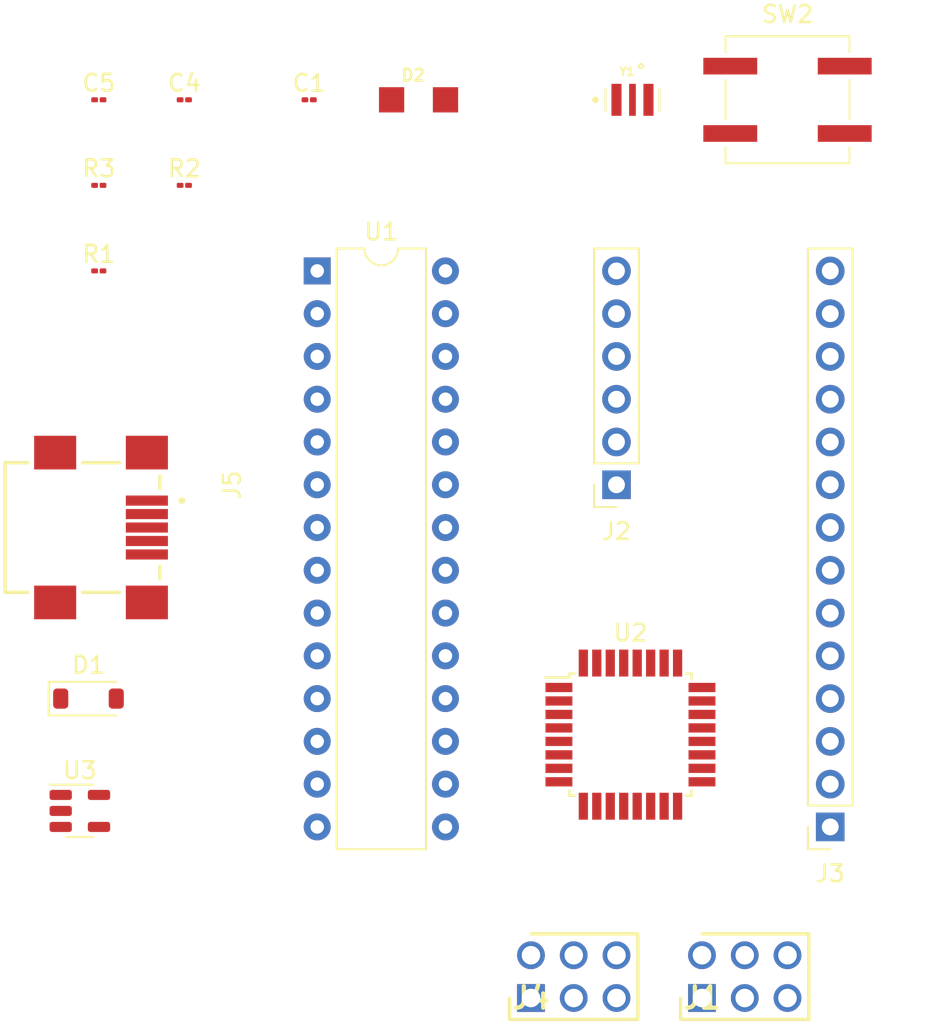
<source format=kicad_pcb>
(kicad_pcb (version 20221018) (generator pcbnew)
  (layers (0 "F.Cu" signal) (31 "B.Cu" signal) (34 "B.Paste" user) (35 "F.Paste" user) (36 "B.SilkS" user "B.Silkscreen") (37 "F.SilkS" user "F.Silkscreen") (38 "B.Mask" user) (39 "F.Mask" user) (44 "Edge.Cuts" user))
  (net 0 "")
  (net 1 "Net-(U1-~{RESET}{slash}PC6)")
  (net 2 "/A0")
  (net 3 "/A1")
  (net 4 "/A2")
  (net 5 "/A3")
  (net 6 "/A4")
  (net 7 "/A5")
  (net 8 "/D0|RX")
  (net 9 "/D1|TX")
  (net 10 "/D2")
  (net 11 "/D3")
  (net 12 "/D4")
  (net 13 "/D5")
  (net 14 "/D6")
  (net 15 "/D7")
  (net 17 "/D8")
  (net 18 "/D9")
  (net 19 "/D10|CS")
  (net 20 "/D11|MOSI")
  (net 21 "/D12|MISO")
  (net 22 "/D13|SCK")
  (net 23 "+5V")
  (net 24 "GND")
  (net 25 "Net-(U1-XTAL1{slash}PB6)")
  (net 26 "Net-(U1-XTAL2{slash}PB7)")
  (net 27 "/D0")
  (net 28 "/D1")
  (net 76 "Net-(J5-SHIELD-PadS1)")
  (footprint "Capacitor_SMD:C_01005_0402Metric" (layer "F.Cu") (at 108.945 63.5)
    (fp_text reference "C5" (at 0 -1) (layer "F.SilkS"))
    (fp_text value "100n")
    (pad "1" smd roundrect (at -0.25 0) (size 0.4 0.3) (layers "F.Cu" "F.Mask") (net 23 "+5V"))
    (pad "2" smd roundrect (at 0.25 0) (size 0.4 0.3) (layers "F.Cu" "F.Mask") (net 24 "GND"))
  )
  (footprint "resonator:OSC_CSTCE16M0V53-R0" (layer "F.Cu") (at 140.65 63.5)
    (fp_text reference "Y1" (at -0.326 -1.6748) (layer "F.SilkS") (effects (font (size 0.48 0.48) (thickness 0.12))))
    (fp_text value "Resonator")
    (fp_line (start -1.6 0.65) (end -1.6 -0.65) (stroke (width 0.127)) (layer "F.SilkS"))
    (fp_line (start 1.6 -0.65) (end 1.6 0.65) (stroke (width 0.127)) (layer "F.SilkS"))
    (fp_circle (center -2.2 0) (end -2.1 0) (stroke (width 0.2)) (fill none) (layer "F.SilkS"))
    (pad "1" smd rect (at -0.95 0) (size 0.6 1.9) (layers "F.Cu" "F.Paste" "F.Mask") (net 26 "Net-(U1-XTAL2{slash}PB7)"))
    (pad "2" smd rect (at 0 0) (size 0.4 1.9) (layers "F.Cu" "F.Paste" "F.Mask") (net 24 "GND"))
    (pad "3" smd rect (at 0.95 0) (size 0.6 1.9) (layers "F.Cu" "F.Paste" "F.Mask") (net 25 "Net-(U1-XTAL1{slash}PB6)"))
  )
  (footprint "Package_TO_SOT_SMD:SOT-23-5" (layer "F.Cu") (at 107.8175 105.73)
    (fp_text reference "U3" (at 0 -2.4) (layer "F.SilkS"))
    (fp_text value "LP2985-3.3")
    (fp_line (start 0 -1.56) (end -1.8 -1.56) (stroke (width 0.12)) (layer "F.SilkS"))
    (fp_line (start 0 -1.56) (end 0.8 -1.56) (stroke (width 0.12)) (layer "F.SilkS"))
    (fp_line (start 0 1.56) (end -0.8 1.56) (stroke (width 0.12)) (layer "F.SilkS"))
    (fp_line (start 0 1.56) (end 0.8 1.56) (stroke (width 0.12)) (layer "F.SilkS"))
    (pad "1" smd roundrect (at -1.1375 -0.95) (size 1.325 0.6) (layers "F.Cu" "F.Paste" "F.Mask"))
    (pad "2" smd roundrect (at -1.1375 0) (size 1.325 0.6) (layers "F.Cu" "F.Paste" "F.Mask"))
    (pad "3" smd roundrect (at -1.1375 0.95) (size 1.325 0.6) (layers "F.Cu" "F.Paste" "F.Mask"))
    (pad "4" smd roundrect (at 1.1375 0.95) (size 1.325 0.6) (layers "F.Cu" "F.Paste" "F.Mask"))
    (pad "5" smd roundrect (at 1.1375 -0.95) (size 1.325 0.6) (layers "F.Cu" "F.Paste" "F.Mask"))
  )
  (footprint "mini USB B:SAMTEC_MUSB-05-X-B-SM-A" (layer "F.Cu") (at 109.22 88.9 -90)
    (fp_text reference "J5" (at -2.525 -7.635 90) (layer "F.SilkS"))
    (fp_text value "MUSB-05-X-B-SM-A")
    (fp_line (start -3.85 1.25) (end -3.85 -0.95) (stroke (width 0.2)) (layer "F.SilkS"))
    (fp_line (start -3.85 5.85) (end -3.85 4.5) (stroke (width 0.2)) (layer "F.SilkS"))
    (fp_line (start -3.05 -3.35) (end -2.3 -3.35) (stroke (width 0.2)) (layer "F.SilkS"))
    (fp_line (start 2.3 -3.35) (end 3.05 -3.35) (stroke (width 0.2)) (layer "F.SilkS"))
    (fp_line (start 3.85 -0.95) (end 3.85 1.25) (stroke (width 0.2)) (layer "F.SilkS"))
    (fp_line (start 3.85 4.5) (end 3.85 5.85) (stroke (width 0.2)) (layer "F.SilkS"))
    (fp_line (start 3.85 5.85) (end -3.85 5.85) (stroke (width 0.2)) (layer "F.SilkS"))
    (fp_circle (center -1.6 -4.653) (end -1.5 -4.653) (stroke (width 0.2)) (fill none) (layer "F.SilkS"))
    (pad "" np_thru_hole circle (at -2.2 0 270) (size 1.1 1.1) (drill 1.1) (layers "*.Cu" "*.Mask"))
    (pad "" np_thru_hole circle (at 2.2 0 270) (size 1.1 1.1) (drill 1.1) (layers "*.Cu" "*.Mask"))
    (pad "1" smd rect (at -1.6 -2.58 270) (size 0.6 2.5) (layers "F.Cu" "F.Paste" "F.Mask"))
    (pad "2" smd rect (at -0.8 -2.58 270) (size 0.6 2.5) (layers "F.Cu" "F.Paste" "F.Mask"))
    (pad "3" smd rect (at 0 -2.58 270) (size 0.6 2.5) (layers "F.Cu" "F.Paste" "F.Mask"))
    (pad "4" smd rect (at 0.8 -2.58 270) (size 0.6 2.5) (layers "F.Cu" "F.Paste" "F.Mask"))
    (pad "5" smd rect (at 1.6 -2.58 270) (size 0.6 2.5) (layers "F.Cu" "F.Paste" "F.Mask"))
    (pad "S1" smd rect (at -4.45 -2.58 270) (size 2 2.5) (layers "F.Cu" "F.Paste" "F.Mask") (net 76 "Net-(J5-SHIELD-PadS1)"))
    (pad "S2" smd rect (at 4.45 -2.58 270) (size 2 2.5) (layers "F.Cu" "F.Paste" "F.Mask") (net 76 "Net-(J5-SHIELD-PadS1)"))
    (pad "S3" smd rect (at 4.45 2.87 270) (size 2 2.5) (layers "F.Cu" "F.Paste" "F.Mask") (net 76 "Net-(J5-SHIELD-PadS1)"))
    (pad "S4" smd rect (at -4.45 2.87 270) (size 2 2.5) (layers "F.Cu" "F.Paste" "F.Mask") (net 76 "Net-(J5-SHIELD-PadS1)"))
  )
  (footprint "Connector_PinSocket_2.54mm:PinSocket_1x06_P2.54mm_Vertical" (layer "F.Cu") (at 139.7 86.36 180)
    (fp_text reference "J2" (at 0 -2.77) (layer "F.SilkS"))
    (fp_text value "Conn_01x06_Pin")
    (fp_line (start -1.33 1.27) (end -1.33 14.03) (stroke (width 0.12)) (layer "F.SilkS"))
    (fp_line (start -1.33 1.27) (end 1.33 1.27) (stroke (width 0.12)) (layer "F.SilkS"))
    (fp_line (start -1.33 14.03) (end 1.33 14.03) (stroke (width 0.12)) (layer "F.SilkS"))
    (fp_line (start 0 -1.33) (end 1.33 -1.33) (stroke (width 0.12)) (layer "F.SilkS"))
    (fp_line (start 1.33 -1.33) (end 1.33 0) (stroke (width 0.12)) (layer "F.SilkS"))
    (fp_line (start 1.33 1.27) (end 1.33 14.03) (stroke (width 0.12)) (layer "F.SilkS"))
    (pad "1" thru_hole rect (at 0 0 180) (size 1.7 1.7) (drill 1) (layers "*.Cu" "*.Mask") (net 2 "/A0"))
    (pad "2" thru_hole oval (at 0 2.54 180) (size 1.7 1.7) (drill 1) (layers "*.Cu" "*.Mask") (net 3 "/A1"))
    (pad "3" thru_hole oval (at 0 5.08 180) (size 1.7 1.7) (drill 1) (layers "*.Cu" "*.Mask") (net 4 "/A2"))
    (pad "4" thru_hole oval (at 0 7.62 180) (size 1.7 1.7) (drill 1) (layers "*.Cu" "*.Mask") (net 5 "/A3"))
    (pad "5" thru_hole oval (at 0 10.16 180) (size 1.7 1.7) (drill 1) (layers "*.Cu" "*.Mask") (net 6 "/A4"))
    (pad "6" thru_hole oval (at 0 12.7 180) (size 1.7 1.7) (drill 1) (layers "*.Cu" "*.Mask") (net 7 "/A5"))
  )
  (footprint "Resistor_SMD:R_01005_0402Metric" (layer "F.Cu") (at 108.945 68.58)
    (fp_text reference "R3" (at 0 -1) (layer "F.SilkS"))
    (fp_text value "10k")
    (pad "1" smd roundrect (at -0.25 0) (size 0.4 0.3) (layers "F.Cu" "F.Mask") (net 1 "Net-(U1-~{RESET}{slash}PC6)"))
    (pad "2" smd roundrect (at 0.25 0) (size 0.4 0.3) (layers "F.Cu" "F.Mask") (net 23 "+5V"))
  )
  (footprint "2x3 pin connector:HDRV6W64P254_2X3_762X508X868P" (layer "F.Cu") (at 144.78 116.84)
    (fp_text reference "J1" (at 0 0) (layer "F.SilkS") (effects (font (size 1.27 1.27) (thickness 0.254))))
    (fp_text value "M20-9980346" hide)
    (fp_line (start -1.27 0) (end -1.27 1.27) (stroke (width 0.2)) (layer "F.SilkS"))
    (fp_line (start -1.27 1.27) (end 6.35 1.27) (stroke (width 0.2)) (layer "F.SilkS"))
    (fp_line (start 6.35 -3.81) (end 0 -3.81) (stroke (width 0.2)) (layer "F.SilkS"))
    (fp_line (start 6.35 1.27) (end 6.35 -3.81) (stroke (width 0.2)) (layer "F.SilkS"))
    (pad "1" thru_hole rect (at 0 0) (size 1.65 1.65) (drill 1.1) (layers "*.Cu" "*.Mask"))
    (pad "2" thru_hole circle (at 0 -2.54) (size 1.65 1.65) (drill 1.1) (layers "*.Cu" "*.Mask"))
    (pad "3" thru_hole circle (at 2.54 0) (size 1.65 1.65) (drill 1.1) (layers "*.Cu" "*.Mask"))
    (pad "4" thru_hole circle (at 2.54 -2.54) (size 1.65 1.65) (drill 1.1) (layers "*.Cu" "*.Mask"))
    (pad "5" thru_hole circle (at 5.08 0) (size 1.65 1.65) (drill 1.1) (layers "*.Cu" "*.Mask"))
    (pad "6" thru_hole circle (at 5.08 -2.54) (size 1.65 1.65) (drill 1.1) (layers "*.Cu" "*.Mask"))
  )
  (footprint "Connector_PinSocket_2.54mm:PinSocket_1x14_P2.54mm_Vertical" (layer "F.Cu") (at 152.4 106.68 180)
    (fp_text reference "J3" (at 0 -2.77) (layer "F.SilkS"))
    (fp_text value "Conn_01x14_Pin")
    (fp_line (start -1.33 1.27) (end -1.33 34.35) (stroke (width 0.12)) (layer "F.SilkS"))
    (fp_line (start -1.33 1.27) (end 1.33 1.27) (stroke (width 0.12)) (layer "F.SilkS"))
    (fp_line (start -1.33 34.35) (end 1.33 34.35) (stroke (width 0.12)) (layer "F.SilkS"))
    (fp_line (start 0 -1.33) (end 1.33 -1.33) (stroke (width 0.12)) (layer "F.SilkS"))
    (fp_line (start 1.33 -1.33) (end 1.33 0) (stroke (width 0.12)) (layer "F.SilkS"))
    (fp_line (start 1.33 1.27) (end 1.33 34.35) (stroke (width 0.12)) (layer "F.SilkS"))
    (pad "1" thru_hole rect (at 0 0 180) (size 1.7 1.7) (drill 1) (layers "*.Cu" "*.Mask") (net 8 "/D0|RX"))
    (pad "2" thru_hole oval (at 0 2.54 180) (size 1.7 1.7) (drill 1) (layers "*.Cu" "*.Mask") (net 9 "/D1|TX"))
    (pad "3" thru_hole oval (at 0 5.08 180) (size 1.7 1.7) (drill 1) (layers "*.Cu" "*.Mask") (net 10 "/D2"))
    (pad "4" thru_hole oval (at 0 7.62 180) (size 1.7 1.7) (drill 1) (layers "*.Cu" "*.Mask") (net 11 "/D3"))
    (pad "5" thru_hole oval (at 0 10.16 180) (size 1.7 1.7) (drill 1) (layers "*.Cu" "*.Mask") (net 12 "/D4"))
    (pad "6" thru_hole oval (at 0 12.7 180) (size 1.7 1.7) (drill 1) (layers "*.Cu" "*.Mask") (net 13 "/D5"))
    (pad "7" thru_hole oval (at 0 15.24 180) (size 1.7 1.7) (drill 1) (layers "*.Cu" "*.Mask") (net 14 "/D6"))
    (pad "8" thru_hole oval (at 0 17.78 180) (size 1.7 1.7) (drill 1) (layers "*.Cu" "*.Mask") (net 15 "/D7"))
    (pad "9" thru_hole oval (at 0 20.32 180) (size 1.7 1.7) (drill 1) (layers "*.Cu" "*.Mask") (net 17 "/D8"))
    (pad "10" thru_hole oval (at 0 22.86 180) (size 1.7 1.7) (drill 1) (layers "*.Cu" "*.Mask") (net 18 "/D9"))
    (pad "11" thru_hole oval (at 0 25.4 180) (size 1.7 1.7) (drill 1) (layers "*.Cu" "*.Mask") (net 19 "/D10|CS"))
    (pad "12" thru_hole oval (at 0 27.94 180) (size 1.7 1.7) (drill 1) (layers "*.Cu" "*.Mask") (net 20 "/D11|MOSI"))
    (pad "13" thru_hole oval (at 0 30.48 180) (size 1.7 1.7) (drill 1) (layers "*.Cu" "*.Mask") (net 21 "/D12|MISO"))
    (pad "14" thru_hole oval (at 0 33.02 180) (size 1.7 1.7) (drill 1) (layers "*.Cu" "*.Mask") (net 22 "/D13|SCK"))
  )
  (footprint "Resistor_SMD:R_01005_0402Metric" (layer "F.Cu") (at 108.945 73.66)
    (fp_text reference "R1" (at 0 -1) (layer "F.SilkS"))
    (fp_text value "R_Small")
    (pad "1" smd roundrect (at -0.25 0) (size 0.4 0.3) (layers "F.Cu" "F.Mask"))
    (pad "2" smd roundrect (at 0.25 0) (size 0.4 0.3) (layers "F.Cu" "F.Mask"))
  )
  (footprint "Resistor_SMD:R_01005_0402Metric" (layer "F.Cu") (at 114.025 68.58)
    (fp_text reference "R2" (at 0 -1) (layer "F.SilkS"))
    (fp_text value "1M")
    (pad "1" smd roundrect (at -0.25 0) (size 0.4 0.3) (layers "F.Cu" "F.Mask") (net 25 "Net-(U1-XTAL1{slash}PB6)"))
    (pad "2" smd roundrect (at 0.25 0) (size 0.4 0.3) (layers "F.Cu" "F.Mask") (net 26 "Net-(U1-XTAL2{slash}PB7)"))
  )
  (footprint "diode:LED-1206" (layer "F.Cu") (at 127.94 63.5)
    (fp_text reference "D2" (at -0.318048 -1.463029) (layer "F.SilkS") (effects (font (size 0.70121 0.70121))))
    (fp_text value "~")
    (pad "+" smd rect (at -1.6 0) (size 1.5 1.5) (layers "F.Cu" "F.Paste" "F.Mask"))
    (pad "-" smd rect (at 1.6 0) (size 1.5 1.5) (layers "F.Cu" "F.Paste" "F.Mask"))
  )
  (footprint "Capacitor_SMD:C_01005_0402Metric" (layer "F.Cu") (at 114.025 63.5)
    (fp_text reference "C4" (at 0 -1) (layer "F.SilkS"))
    (fp_text value "100n")
    (pad "1" smd roundrect (at -0.25 0) (size 0.4 0.3) (layers "F.Cu" "F.Mask") (net 23 "+5V"))
    (pad "2" smd roundrect (at 0.25 0) (size 0.4 0.3) (layers "F.Cu" "F.Mask") (net 24 "GND"))
  )
  (footprint "Package_DIP:DIP-28_W7.62mm" (layer "F.Cu") (at 121.92 73.66)
    (fp_text reference "U1" (at 3.81 -2.33) (layer "F.SilkS"))
    (fp_text value "ATmega328P-P")
    (fp_line (start 1.16 -1.33) (end 1.16 34.35) (stroke (width 0.12)) (layer "F.SilkS"))
    (fp_line (start 1.16 34.35) (end 6.46 34.35) (stroke (width 0.12)) (layer "F.SilkS"))
    (fp_line (start 2.81 -1.33) (end 1.16 -1.33) (stroke (width 0.12)) (layer "F.SilkS"))
    (fp_line (start 6.46 -1.33) (end 4.81 -1.33) (stroke (width 0.12)) (layer "F.SilkS"))
    (fp_line (start 6.46 34.35) (end 6.46 -1.33) (stroke (width 0.12)) (layer "F.SilkS"))
    (fp_arc (start 4.81 -1.33) (mid 3.81 -0.33) (end 2.81 -1.33) (stroke (width 0.12)) (layer "F.SilkS"))
    (pad "1" thru_hole rect (at 0 0) (size 1.6 1.6) (drill 0.8) (layers "*.Cu" "*.Mask") (net 1 "Net-(U1-~{RESET}{slash}PC6)"))
    (pad "2" thru_hole oval (at 0 2.54) (size 1.6 1.6) (drill 0.8) (layers "*.Cu" "*.Mask") (net 27 "/D0"))
    (pad "3" thru_hole oval (at 0 5.08) (size 1.6 1.6) (drill 0.8) (layers "*.Cu" "*.Mask") (net 28 "/D1"))
    (pad "4" thru_hole oval (at 0 7.62) (size 1.6 1.6) (drill 0.8) (layers "*.Cu" "*.Mask") (net 10 "/D2"))
    (pad "5" thru_hole oval (at 0 10.16) (size 1.6 1.6) (drill 0.8) (layers "*.Cu" "*.Mask") (net 11 "/D3"))
    (pad "6" thru_hole oval (at 0 12.7) (size 1.6 1.6) (drill 0.8) (layers "*.Cu" "*.Mask") (net 12 "/D4"))
    (pad "7" thru_hole oval (at 0 15.24) (size 1.6 1.6) (drill 0.8) (layers "*.Cu" "*.Mask") (net 23 "+5V"))
    (pad "8" thru_hole oval (at 0 17.78) (size 1.6 1.6) (drill 0.8) (layers "*.Cu" "*.Mask") (net 24 "GND"))
    (pad "9" thru_hole oval (at 0 20.32) (size 1.6 1.6) (drill 0.8) (layers "*.Cu" "*.Mask") (net 25 "Net-(U1-XTAL1{slash}PB6)"))
    (pad "10" thru_hole oval (at 0 22.86) (size 1.6 1.6) (drill 0.8) (layers "*.Cu" "*.Mask") (net 26 "Net-(U1-XTAL2{slash}PB7)"))
    (pad "11" thru_hole oval (at 0 25.4) (size 1.6 1.6) (drill 0.8) (layers "*.Cu" "*.Mask") (net 13 "/D5"))
    (pad "12" thru_hole oval (at 0 27.94) (size 1.6 1.6) (drill 0.8) (layers "*.Cu" "*.Mask") (net 14 "/D6"))
    (pad "13" thru_hole oval (at 0 30.48) (size 1.6 1.6) (drill 0.8) (layers "*.Cu" "*.Mask") (net 15 "/D7"))
    (pad "14" thru_hole oval (at 0 33.02) (size 1.6 1.6) (drill 0.8) (layers "*.Cu" "*.Mask") (net 17 "/D8"))
    (pad "15" thru_hole oval (at 7.62 33.02) (size 1.6 1.6) (drill 0.8) (layers "*.Cu" "*.Mask") (net 18 "/D9"))
    (pad "16" thru_hole oval (at 7.62 30.48) (size 1.6 1.6) (drill 0.8) (layers "*.Cu" "*.Mask") (net 19 "/D10|CS"))
    (pad "17" thru_hole oval (at 7.62 27.94) (size 1.6 1.6) (drill 0.8) (layers "*.Cu" "*.Mask") (net 20 "/D11|MOSI"))
    (pad "18" thru_hole oval (at 7.62 25.4) (size 1.6 1.6) (drill 0.8) (layers "*.Cu" "*.Mask") (net 21 "/D12|MISO"))
    (pad "19" thru_hole oval (at 7.62 22.86) (size 1.6 1.6) (drill 0.8) (layers "*.Cu" "*.Mask") (net 22 "/D13|SCK"))
    (pad "20" thru_hole oval (at 7.62 20.32) (size 1.6 1.6) (drill 0.8) (layers "*.Cu" "*.Mask") (net 23 "+5V"))
    (pad "21" thru_hole oval (at 7.62 17.78) (size 1.6 1.6) (drill 0.8) (layers "*.Cu" "*.Mask"))
    (pad "22" thru_hole oval (at 7.62 15.24) (size 1.6 1.6) (drill 0.8) (layers "*.Cu" "*.Mask") (net 24 "GND"))
    (pad "23" thru_hole oval (at 7.62 12.7) (size 1.6 1.6) (drill 0.8) (layers "*.Cu" "*.Mask") (net 2 "/A0"))
    (pad "24" thru_hole oval (at 7.62 10.16) (size 1.6 1.6) (drill 0.8) (layers "*.Cu" "*.Mask") (net 3 "/A1"))
    (pad "25" thru_hole oval (at 7.62 7.62) (size 1.6 1.6) (drill 0.8) (layers "*.Cu" "*.Mask") (net 4 "/A2"))
    (pad "26" thru_hole oval (at 7.62 5.08) (size 1.6 1.6) (drill 0.8) (layers "*.Cu" "*.Mask") (net 5 "/A3"))
    (pad "27" thru_hole oval (at 7.62 2.54) (size 1.6 1.6) (drill 0.8) (layers "*.Cu" "*.Mask") (net 6 "/A4"))
    (pad "28" thru_hole oval (at 7.62 0) (size 1.6 1.6) (drill 0.8) (layers "*.Cu" "*.Mask") (net 7 "/A5"))
  )
  (footprint "push button:SMT3-01-Z" (layer "F.Cu") (at 149.86 63.5)
    (fp_text reference "SW2" (at 0 -5.08) (layer "F.SilkS"))
    (fp_text value "SW_Push_Dual" hide)
    (fp_line (start -3.683 -3.7719) (end -3.683 -2.828041) (stroke (width 0.12)) (layer "F.SilkS"))
    (fp_line (start -3.683 -1.171961) (end -3.683 1.171961) (stroke (width 0.12)) (layer "F.SilkS"))
    (fp_line (start -3.683 2.828041) (end -3.683 3.7719) (stroke (width 0.12)) (layer "F.SilkS"))
    (fp_line (start -3.683 3.7719) (end 3.683 3.7719) (stroke (width 0.12)) (layer "F.SilkS"))
    (fp_line (start 3.683 -3.7719) (end -3.683 -3.7719) (stroke (width 0.12)) (layer "F.SilkS"))
    (fp_line (start 3.683 -2.828041) (end 3.683 -3.7719) (stroke (width 0.12)) (layer "F.SilkS"))
    (fp_line (start 3.683 1.171961) (end 3.683 -1.171961) (stroke (width 0.12)) (layer "F.SilkS"))
    (fp_line (start 3.683 3.7719) (end 3.683 2.828041) (stroke (width 0.12)) (layer "F.SilkS"))
    (fp_circle (center -8.701999 -2) (end -8.574999 -2) (stroke (width 0.12)) (fill none) (layer "F.SilkS"))
    (pad "1" smd rect (at -3.399998 -2.000001) (size 3.2004 0.9906) (layers "F.Cu" "F.Paste" "F.Mask") (net 1 "Net-(U1-~{RESET}{slash}PC6)"))
    (pad "2" smd rect (at 3.399998 -2.000001) (size 3.2004 0.9906) (layers "F.Cu" "F.Paste" "F.Mask") (net 24 "GND"))
    (pad "3" smd rect (at -3.399998 2.000001) (size 3.2004 0.9906) (layers "F.Cu" "F.Paste" "F.Mask") (net 1 "Net-(U1-~{RESET}{slash}PC6)"))
    (pad "4" smd rect (at 3.399998 2.000001) (size 3.2004 0.9906) (layers "F.Cu" "F.Paste" "F.Mask") (net 24 "GND"))
  )
  (footprint "Capacitor_SMD:C_01005_0402Metric" (layer "F.Cu") (at 121.44 63.5)
    (fp_text reference "C1" (at 0 -1) (layer "F.SilkS"))
    (fp_text value "C_Small")
    (pad "1" smd roundrect (at -0.25 0) (size 0.4 0.3) (layers "F.Cu" "F.Mask"))
    (pad "2" smd roundrect (at 0.25 0) (size 0.4 0.3) (layers "F.Cu" "F.Mask"))
  )
  (footprint "Diode_SMD:D_SOD-123" (layer "F.Cu") (at 108.33 99.06)
    (fp_text reference "D1" (at 0 -2) (layer "F.SilkS"))
    (fp_text value "1N4148W")
    (fp_line (start -2.36 -1) (end -2.36 1) (stroke (width 0.12)) (layer "F.SilkS"))
    (fp_line (start -2.36 -1) (end 1.65 -1) (stroke (width 0.12)) (layer "F.SilkS"))
    (fp_line (start -2.36 1) (end 1.65 1) (stroke (width 0.12)) (layer "F.SilkS"))
    (pad "1" smd roundrect (at -1.65 0) (size 0.9 1.2) (layers "F.Cu" "F.Paste" "F.Mask"))
    (pad "2" smd roundrect (at 1.65 0) (size 0.9 1.2) (layers "F.Cu" "F.Paste" "F.Mask"))
  )
  (footprint "2x3 pin connector:HDRV6W64P254_2X3_762X508X868P" (layer "F.Cu") (at 134.62 116.84)
    (fp_text reference "J4" (at 0 0) (layer "F.SilkS") (effects (font (size 1.27 1.27) (thickness 0.254))))
    (fp_text value "M20-9980346" hide)
    (fp_line (start -1.27 0) (end -1.27 1.27) (stroke (width 0.2)) (layer "F.SilkS"))
    (fp_line (start -1.27 1.27) (end 6.35 1.27) (stroke (width 0.2)) (layer "F.SilkS"))
    (fp_line (start 6.35 -3.81) (end 0 -3.81) (stroke (width 0.2)) (layer "F.SilkS"))
    (fp_line (start 6.35 1.27) (end 6.35 -3.81) (stroke (width 0.2)) (layer "F.SilkS"))
    (pad "1" thru_hole rect (at 0 0) (size 1.65 1.65) (drill 1.1) (layers "*.Cu" "*.Mask"))
    (pad "2" thru_hole circle (at 0 -2.54) (size 1.65 1.65) (drill 1.1) (layers "*.Cu" "*.Mask"))
    (pad "3" thru_hole circle (at 2.54 0) (size 1.65 1.65) (drill 1.1) (layers "*.Cu" "*.Mask"))
    (pad "4" thru_hole circle (at 2.54 -2.54) (size 1.65 1.65) (drill 1.1) (layers "*.Cu" "*.Mask"))
    (pad "5" thru_hole circle (at 5.08 0) (size 1.65 1.65) (drill 1.1) (layers "*.Cu" "*.Mask"))
    (pad "6" thru_hole circle (at 5.08 -2.54) (size 1.65 1.65) (drill 1.1) (layers "*.Cu" "*.Mask"))
  )
  (footprint "Package_QFP:TQFP-32_7x7mm_P0.8mm" (layer "F.Cu") (at 140.53 101.2)
    (fp_text reference "U2" (at 0 -6.05) (layer "F.SilkS"))
    (fp_text value "ATmega16U2-A")
    (fp_line (start -3.625 -3.625) (end -3.625 -3.4) (stroke (width 0.15)) (layer "F.SilkS"))
    (fp_line (start -3.625 -3.625) (end -3.3 -3.625) (stroke (width 0.15)) (layer "F.SilkS"))
    (fp_line (start -3.625 -3.4) (end -5.05 -3.4) (stroke (width 0.15)) (layer "F.SilkS"))
    (fp_line (start -3.625 3.625) (end -3.625 3.3) (stroke (width 0.15)) (layer "F.SilkS"))
    (fp_line (start -3.625 3.625) (end -3.3 3.625) (stroke (width 0.15)) (layer "F.SilkS"))
    (fp_line (start 3.625 -3.625) (end 3.3 -3.625) (stroke (width 0.15)) (layer "F.SilkS"))
    (fp_line (start 3.625 -3.625) (end 3.625 -3.3) (stroke (width 0.15)) (layer "F.SilkS"))
    (fp_line (start 3.625 3.625) (end 3.3 3.625) (stroke (width 0.15)) (layer "F.SilkS"))
    (fp_line (start 3.625 3.625) (end 3.625 3.3) (stroke (width 0.15)) (layer "F.SilkS"))
    (pad "1" smd rect (at -4.25 -2.8) (size 1.6 0.55) (layers "F.Cu" "F.Paste" "F.Mask"))
    (pad "2" smd rect (at -4.25 -2) (size 1.6 0.55) (layers "F.Cu" "F.Paste" "F.Mask"))
    (pad "3" smd rect (at -4.25 -1.2) (size 1.6 0.55) (layers "F.Cu" "F.Paste" "F.Mask"))
    (pad "4" smd rect (at -4.25 -0.4) (size 1.6 0.55) (layers "F.Cu" "F.Paste" "F.Mask"))
    (pad "5" smd rect (at -4.25 0.4) (size 1.6 0.55) (layers "F.Cu" "F.Paste" "F.Mask"))
    (pad "6" smd rect (at -4.25 1.2) (size 1.6 0.55) (layers "F.Cu" "F.Paste" "F.Mask"))
    (pad "7" smd rect (at -4.25 2) (size 1.6 0.55) (layers "F.Cu" "F.Paste" "F.Mask"))
    (pad "8" smd rect (at -4.25 2.8) (size 1.6 0.55) (layers "F.Cu" "F.Paste" "F.Mask"))
    (pad "9" smd rect (at -2.8 4.25 90) (size 1.6 0.55) (layers "F.Cu" "F.Paste" "F.Mask"))
    (pad "10" smd rect (at -2 4.25 90) (size 1.6 0.55) (layers "F.Cu" "F.Paste" "F.Mask"))
    (pad "11" smd rect (at -1.2 4.25 90) (size 1.6 0.55) (layers "F.Cu" "F.Paste" "F.Mask"))
    (pad "12" smd rect (at -0.4 4.25 90) (size 1.6 0.55) (layers "F.Cu" "F.Paste" "F.Mask"))
    (pad "13" smd rect (at 0.4 4.25 90) (size 1.6 0.55) (layers "F.Cu" "F.Paste" "F.Mask"))
    (pad "14" smd rect (at 1.2 4.25 90) (size 1.6 0.55) (layers "F.Cu" "F.Paste" "F.Mask"))
    (pad "15" smd rect (at 2 4.25 90) (size 1.6 0.55) (layers "F.Cu" "F.Paste" "F.Mask"))
    (pad "16" smd rect (at 2.8 4.25 90) (size 1.6 0.55) (layers "F.Cu" "F.Paste" "F.Mask"))
    (pad "17" smd rect (at 4.25 2.8) (size 1.6 0.55) (layers "F.Cu" "F.Paste" "F.Mask"))
    (pad "18" smd rect (at 4.25 2) (size 1.6 0.55) (layers "F.Cu" "F.Paste" "F.Mask"))
    (pad "19" smd rect (at 4.25 1.2) (size 1.6 0.55) (layers "F.Cu" "F.Paste" "F.Mask"))
    (pad "20" smd rect (at 4.25 0.4) (size 1.6 0.55) (layers "F.Cu" "F.Paste" "F.Mask"))
    (pad "21" smd rect (at 4.25 -0.4) (size 1.6 0.55) (layers "F.Cu" "F.Paste" "F.Mask"))
    (pad "22" smd rect (at 4.25 -1.2) (size 1.6 0.55) (layers "F.Cu" "F.Paste" "F.Mask"))
    (pad "23" smd rect (at 4.25 -2) (size 1.6 0.55) (layers "F.Cu" "F.Paste" "F.Mask"))
    (pad "24" smd rect (at 4.25 -2.8) (size 1.6 0.55) (layers "F.Cu" "F.Paste" "F.Mask"))
    (pad "25" smd rect (at 2.8 -4.25 90) (size 1.6 0.55) (layers "F.Cu" "F.Paste" "F.Mask"))
    (pad "26" smd rect (at 2 -4.25 90) (size 1.6 0.55) (layers "F.Cu" "F.Paste" "F.Mask"))
    (pad "27" smd rect (at 1.2 -4.25 90) (size 1.6 0.55) (layers "F.Cu" "F.Paste" "F.Mask"))
    (pad "28" smd rect (at 0.4 -4.25 90) (size 1.6 0.55) (layers "F.Cu" "F.Paste" "F.Mask"))
    (pad "29" smd rect (at -0.4 -4.25 90) (size 1.6 0.55) (layers "F.Cu" "F.Paste" "F.Mask"))
    (pad "30" smd rect (at -1.2 -4.25 90) (size 1.6 0.55) (layers "F.Cu" "F.Paste" "F.Mask"))
    (pad "31" smd rect (at -2 -4.25 90) (size 1.6 0.55) (layers "F.Cu" "F.Paste" "F.Mask"))
    (pad "32" smd rect (at -2.8 -4.25 90) (size 1.6 0.55) (layers "F.Cu" "F.Paste" "F.Mask"))
  )
)
</source>
